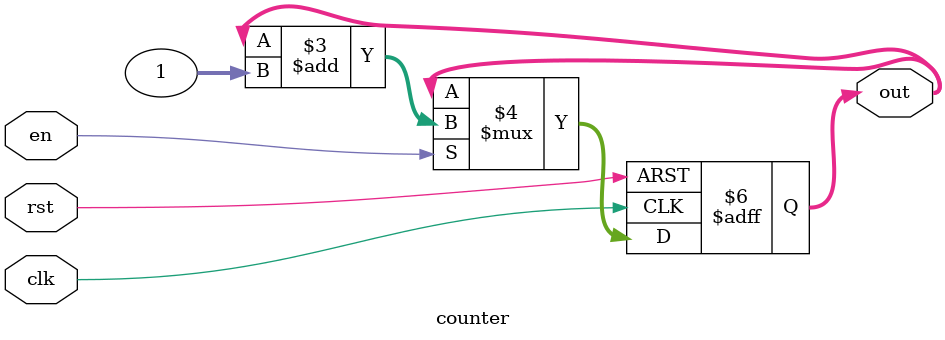
<source format=v>
`timescale 1ns / 1ps

module counter(clk, rst, en, out);
    input clk, rst, en;
    output reg [31:0] out;
    
    //reg[31:0] cnt = 32'd0;
    //wire[31:0] cnt_val_next;
    //assign cnt_val_next = cnt + 1;
    
    always @ (posedge clk or negedge rst) begin
        if(! rst)
            out <= 0;
        else if (en)
            out <= out+1;
    end   
endmodule

</source>
